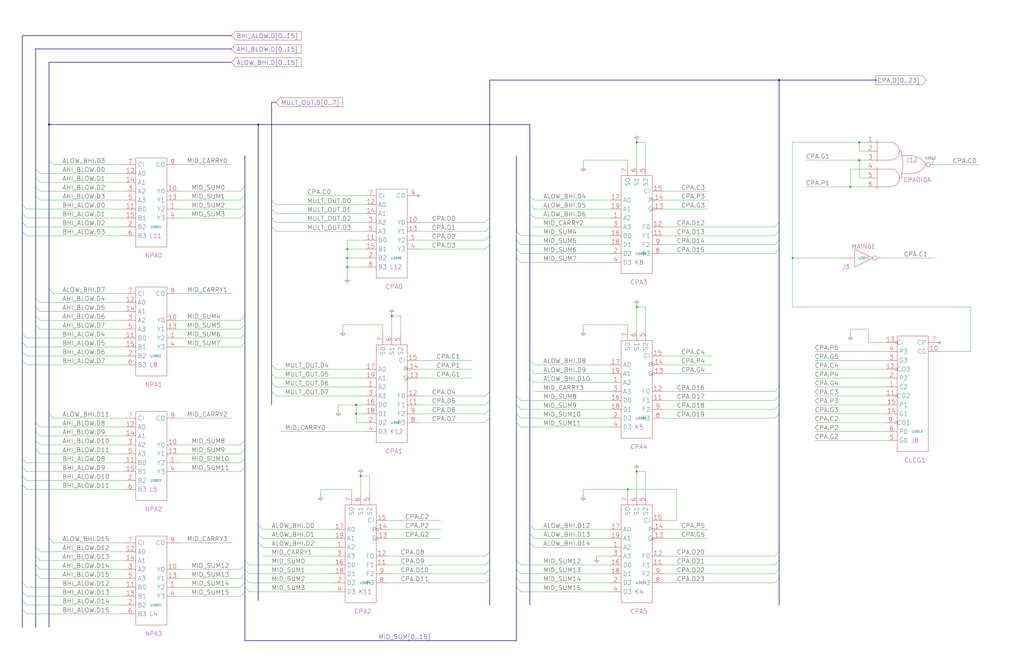
<source format=kicad_sch>
(kicad_sch (version 20211123) (generator eeschema)
  (paper "User" 584.2 378.46)
  (title_block (title "NIBBLE PROPAGATE ADDER\\n& CARRY PROPAGATE ADDER") (date "22-MAR-90") (rev "1.0") (comment 1 "VALUE") (comment 2 "232-003063") (comment 3 "S400") (comment 4 "RELEASED"))
  (lib_symbols
    (symbol "r1000:F04" (pin_numbers hide) (pin_names hide)
      (property "Reference" "U" (at 0 0 0))
      (property "Value" "F04" (at 1.27 -5.08 0))
      (property "Location" "___" (at -12.7 -5.08 0))
      (property "Name" "______" (at 0 5.08 0))
      (symbol "F04_0_1"
        (polyline (pts (xy -7.62 0) (xy -5.08 0)) (stroke (width 0.1524)))
        (polyline (pts (xy -5.08 5.08) (xy -5.08 -5.08)) (stroke (width 0.1524)))
        (polyline (pts (xy 5.08 0) (xy -5.08 -5.08)) (stroke (width 0.1524)))
        (polyline (pts (xy 5.08 0) (xy -5.08 5.08)) (stroke (width 0.1524)))
        (circle (center 6.35 0) (radius 1.27) (stroke (width 0.1524)))
      )
      (symbol "F04_1_1"
        (pin input line (at -10.16 0 0) (length 2.54) (name "D0") (number "1"))
        (pin output line (at 10.16 0 180) (length 2.54) (name "Q") (number "2"))
      )
    )
    (symbol "r1000:F182" (pin_names (offset 1.016))
      (property "Reference" "U" (at 2.54 5.08 0))
      (property "Value" "F182" (at -3.81 -5.08 0))
      (property "Location" "___" (at -1.27 0 0))
      (property "Name" "______" (at 1.27 -12.7 0))
      (symbol "F182_1_1"
        (circle (center -9.525 10.16) (radius 0.635))
        (circle (center -9.525 25.4) (radius 0.635))
        (circle (center -9.525 40.64) (radius 0.635))
        (circle (center -9.525 55.88) (radius 0.635))
        (rectangle (start -8.89 59.69) (end 8.89 -6.35))
        (pin input line (at -15.24 30.48 0) (length 6.35) (name "G2") (number "1"))
        (pin output line (at 15.24 50.8 180) (length 6.35) (name "CG") (number "10"))
        (pin output line (at -15.24 25.4 0) (length 5.08) (name "CO2") (number "11"))
        (pin output line (at -15.24 40.64 0) (length 5.08) (name "CO3") (number "12"))
        (pin input line (at -15.24 55.88 0) (length 5.08) (name "CI") (number "13"))
        (pin input line (at -15.24 15.24 0) (length 6.35) (name "G1") (number "14"))
        (pin input line (at -15.24 20.32 0) (length 6.35) (name "P1") (number "15"))
        (pin input line (at -15.24 35.56 0) (length 6.35) (name "P2") (number "2"))
        (pin input line (at -15.24 45.72 0) (length 6.35) (name "G3") (number "3"))
        (pin input line (at -15.24 50.8 0) (length 6.35) (name "P3") (number "4"))
        (pin input line (at -15.24 0 0) (length 6.35) (name "G0") (number "5"))
        (pin input line (at -15.24 5.08 0) (length 6.35) (name "P0") (number "6"))
        (pin output line (at 15.24 55.88 180) (length 6.35) (name "CP") (number "7"))
        (pin output line (at -15.24 10.16 0) (length 5.08) (name "CO1") (number "9"))
      )
    )
    (symbol "r1000:F283" (pin_names (offset 1.016))
      (property "Reference" "U" (at 2.54 5.08 0))
      (property "Value" "F283" (at -3.81 -5.08 0))
      (property "Location" "___" (at -1.27 0 0))
      (property "Name" "______" (at 1.27 -12.7 0))
      (symbol "F283_1_1"
        (rectangle (start -8.89 44.45) (end 8.89 -6.35))
        (pin output line (at 15.24 15.24 180) (length 6.35) (name "Y2") (number "1"))
        (pin output line (at 15.24 25.4 180) (length 6.35) (name "Y0") (number "10"))
        (pin input line (at -15.24 15.24 0) (length 6.35) (name "B0") (number "11"))
        (pin input line (at -15.24 35.56 0) (length 6.35) (name "A0") (number "12"))
        (pin output line (at 15.24 20.32 180) (length 6.35) (name "Y1") (number "13"))
        (pin input line (at -15.24 30.48 0) (length 6.35) (name "A1") (number "14"))
        (pin input line (at -15.24 10.16 0) (length 6.35) (name "B1") (number "15"))
        (pin input line (at -15.24 5.08 0) (length 6.35) (name "B2") (number "2"))
        (pin input line (at -15.24 25.4 0) (length 6.35) (name "A2") (number "3"))
        (pin output line (at 15.24 10.16 180) (length 6.35) (name "Y3") (number "4"))
        (pin input line (at -15.24 20.32 0) (length 6.35) (name "A3") (number "5"))
        (pin input line (at -15.24 0 0) (length 6.35) (name "B3") (number "6"))
        (pin input line (at -15.24 40.64 0) (length 6.35) (name "CI") (number "7"))
        (pin output line (at 15.24 40.64 180) (length 6.35) (name "CO") (number "9"))
      )
    )
    (symbol "r1000:F381" (pin_names (offset 1.016))
      (property "Reference" "U" (at 2.54 5.08 0))
      (property "Value" "F381" (at -3.81 -5.08 0))
      (property "Location" "___" (at -1.27 0 0))
      (property "Name" "______" (at 1.27 -12.7 0))
      (symbol "F381_1_1"
        (rectangle (start -8.89 49.53) (end 8.89 -6.35))
        (circle (center 9.525 30.48) (radius 0.635))
        (circle (center 9.525 35.56) (radius 0.635))
        (pin input line (at -15.24 25.4 0) (length 6.35) (name "A2") (number "1"))
        (pin output line (at 15.24 15.24 180) (length 6.35) (name "F1") (number "11"))
        (pin output line (at 15.24 20.32 180) (length 6.35) (name "F0") (number "12"))
        (pin output line (at 15.24 30.48 180) (length 5.08) (name "G") (number "13"))
        (pin output line (at 15.24 35.56 180) (length 5.08) (name "P") (number "14"))
        (pin input line (at 15.24 40.64 180) (length 6.35) (name "CI") (number "15"))
        (pin input line (at -15.24 15.24 0) (length 6.35) (name "D0") (number "16"))
        (pin input line (at -15.24 35.56 0) (length 6.35) (name "A0") (number "17"))
        (pin input line (at -15.24 10.16 0) (length 6.35) (name "D1") (number "18"))
        (pin input line (at -15.24 30.48 0) (length 6.35) (name "A1") (number "19"))
        (pin input line (at -15.24 5.08 0) (length 6.35) (name "D2") (number "2"))
        (pin input line (at -15.24 20.32 0) (length 6.35) (name "A3") (number "3"))
        (pin input line (at -15.24 0 0) (length 6.35) (name "D3") (number "4"))
        (pin input line (at 5.08 55.88 270) (length 6.35) (name "S2") (number "5"))
        (pin input line (at 0 55.88 270) (length 6.35) (name "S1") (number "6"))
        (pin input line (at -5.08 55.88 270) (length 6.35) (name "S0") (number "7"))
        (pin output line (at 15.24 5.08 180) (length 6.35) (name "F3") (number "8"))
        (pin output line (at 15.24 10.16 180) (length 6.35) (name "F2") (number "9"))
      )
    )
    (symbol "r1000:F51" (pin_names hide)
      (property "Reference" "U" (at 12.7 1.27 0))
      (property "Value" "F51" (at 1.905 -5.08 0))
      (property "Location" "___" (at 1.905 0 0))
      (property "Name" "______" (at 5.08 -12.7 0))
      (symbol "F51_0_0"
        (arc (start -10.16 -15.24) (mid -6.5679 -13.7521) (end -5.08 -10.16) (stroke (width 0.1524)))
        (arc (start -10.16 0) (mid -6.5679 1.4879) (end -5.08 5.08) (stroke (width 0.1524)))
        (arc (start -5.08 -10.16) (mid -6.5679 -6.5679) (end -10.16 -5.08) (stroke (width 0.1524)))
        (arc (start -5.08 5.08) (mid -6.5679 8.6721) (end -10.16 10.16) (stroke (width 0.1524)))
        (arc (start -3.8173 -7.62) (mid -2.9926 -2.54) (end -3.8173 2.54) (stroke (width 0.1524)))
        (polyline (pts (xy -20.32 -15.24) (xy -17.78 -15.24)) (stroke (width 0.1524)))
        (polyline (pts (xy -20.32 -10.16) (xy -17.78 -10.16)) (stroke (width 0.1524)))
        (polyline (pts (xy -20.32 -5.08) (xy -17.78 -5.08)) (stroke (width 0.1524)))
        (polyline (pts (xy -20.32 0) (xy -17.78 0)) (stroke (width 0.1524)))
        (polyline (pts (xy -20.32 5.08) (xy -17.78 5.08)) (stroke (width 0.1524)))
        (polyline (pts (xy -20.32 10.16) (xy -17.78 10.16)) (stroke (width 0.1524)))
        (polyline (pts (xy -17.78 -3.81) (xy -17.78 -16.51)) (stroke (width 0.1524)))
        (polyline (pts (xy -17.78 11.43) (xy -17.78 -1.27)) (stroke (width 0.1524)))
        (polyline (pts (xy -10.16 -15.24) (xy -17.78 -15.24)) (stroke (width 0.1524)))
        (polyline (pts (xy -10.16 -5.08) (xy -17.78 -5.08)) (stroke (width 0.1524)))
        (polyline (pts (xy -10.16 0) (xy -17.78 0)) (stroke (width 0.1524)))
        (polyline (pts (xy -10.16 10.16) (xy -17.78 10.16)) (stroke (width 0.1524)))
        (polyline (pts (xy -3.81 -7.62) (xy 2.54 -7.62)) (stroke (width 0.1524)))
        (polyline (pts (xy -3.81 2.54) (xy 2.54 2.54)) (stroke (width 0.1524)))
        (polyline (pts (xy -5.08 -10.16) (xy -3.81 -10.16) (xy -3.81 -7.62)) (stroke (width 0.1524)))
        (polyline (pts (xy -5.08 5.08) (xy -3.81 5.08) (xy -3.81 2.54)) (stroke (width 0.1524)))
        (arc (start 2.54 -7.62) (mid 6.9504 -5.9805) (end 10.16 -2.54) (stroke (width 0.1524)))
        (arc (start 10.16 -2.54) (mid 6.9516 0.9024) (end 2.54 2.54) (stroke (width 0.1524)))
        (circle (center 11.43 -2.54) (radius 1.27) (stroke (width 0.1524)))
      )
      (symbol "F51_1_1"
        (pin input line (at -22.86 10.16 0) (length 2.54) (name "A1") (number "1"))
        (pin input line (at -22.86 5.08 0) (length 2.54) (name "A2") (number "2"))
        (pin input line (at -22.86 0 0) (length 2.54) (name "A3") (number "3"))
        (pin input line (at -22.86 -5.08 0) (length 2.54) (name "B1") (number "4"))
        (pin input line (at -22.86 -10.16 0) (length 2.54) (name "B2") (number "5"))
        (pin input line (at -22.86 -15.24 0) (length 2.54) (name "B3") (number "6"))
        (pin output line (at 15.24 -2.54 180) (length 2.54) (name "Q") (number "7"))
      )
    )
    (symbol "r1000:PD" (power) (pin_numbers hide) (pin_names hide) (in_bom no)
      (symbol "PD_0_1"
        (polyline (pts (xy 0 -2.54) (xy 1.27 -2.54) (xy 0 -3.81) (xy -1.27 -2.54) (xy 0 -2.54)) (stroke (width 0.1524)))
      )
      (symbol "PD_1_1"
        (pin power_in line (at 0 0 270) (length 2.54) (name "PD") (number "1"))
      )
    )
    (symbol "r1000:PU" (power) (pin_numbers hide) (pin_names hide)
      (symbol "PU_0_1"
        (polyline (pts (xy 0 2.54) (xy -1.27 2.54) (xy 0 3.81) (xy 1.27 2.54) (xy 0 2.54)) (stroke (width 0.1524)))
      )
      (symbol "PU_1_1"
        (pin power_in line (at 0 0 90) (length 2.54) (name "PU") (number "1"))
      )
    )
  )
  (bus (pts (xy 12.7 116.84) (xy 12.7 121.92)))
  (bus (pts (xy 12.7 121.92) (xy 12.7 127)))
  (bus (pts (xy 12.7 127) (xy 12.7 132.08)))
  (bus (pts (xy 12.7 132.08) (xy 12.7 190.5)))
  (bus (pts (xy 12.7 190.5) (xy 12.7 195.58)))
  (bus (pts (xy 12.7 195.58) (xy 12.7 200.66)))
  (bus (pts (xy 12.7 20.32) (xy 12.7 116.84)))
  (bus (pts (xy 12.7 20.32) (xy 132.08 20.32)))
  (bus (pts (xy 12.7 200.66) (xy 12.7 205.74)))
  (bus (pts (xy 12.7 205.74) (xy 12.7 261.62)))
  (bus (pts (xy 12.7 261.62) (xy 12.7 266.7)))
  (bus (pts (xy 12.7 266.7) (xy 12.7 271.78)))
  (bus (pts (xy 12.7 271.78) (xy 12.7 276.86)))
  (bus (pts (xy 12.7 276.86) (xy 12.7 332.74)))
  (bus (pts (xy 12.7 332.74) (xy 12.7 337.82)))
  (bus (pts (xy 12.7 337.82) (xy 12.7 342.9)))
  (bus (pts (xy 12.7 342.9) (xy 12.7 347.98)))
  (bus (pts (xy 12.7 347.98) (xy 12.7 358.14)))
  (bus (pts (xy 139.7 106.68) (xy 139.7 111.76)))
  (bus (pts (xy 139.7 111.76) (xy 139.7 116.84)))
  (bus (pts (xy 139.7 116.84) (xy 139.7 121.92)))
  (bus (pts (xy 139.7 121.92) (xy 139.7 180.34)))
  (bus (pts (xy 139.7 180.34) (xy 139.7 185.42)))
  (bus (pts (xy 139.7 185.42) (xy 139.7 190.5)))
  (bus (pts (xy 139.7 190.5) (xy 139.7 195.58)))
  (bus (pts (xy 139.7 195.58) (xy 139.7 251.46)))
  (bus (pts (xy 139.7 251.46) (xy 139.7 256.54)))
  (bus (pts (xy 139.7 256.54) (xy 139.7 261.62)))
  (bus (pts (xy 139.7 261.62) (xy 139.7 266.7)))
  (bus (pts (xy 139.7 266.7) (xy 139.7 320.04)))
  (bus (pts (xy 139.7 320.04) (xy 139.7 322.58)))
  (bus (pts (xy 139.7 322.58) (xy 139.7 325.12)))
  (bus (pts (xy 139.7 325.12) (xy 139.7 327.66)))
  (bus (pts (xy 139.7 327.66) (xy 139.7 330.2)))
  (bus (pts (xy 139.7 330.2) (xy 139.7 332.74)))
  (bus (pts (xy 139.7 332.74) (xy 139.7 335.28)))
  (bus (pts (xy 139.7 335.28) (xy 139.7 337.82)))
  (bus (pts (xy 139.7 337.82) (xy 139.7 365.76)))
  (bus (pts (xy 139.7 365.76) (xy 294.64 365.76)))
  (bus (pts (xy 139.7 88.9) (xy 139.7 106.68)))
  (bus (pts (xy 147.32 299.72) (xy 147.32 304.8)))
  (bus (pts (xy 147.32 304.8) (xy 147.32 309.88)))
  (bus (pts (xy 147.32 309.88) (xy 147.32 342.9)))
  (bus (pts (xy 147.32 71.12) (xy 147.32 299.72)))
  (bus (pts (xy 154.94 114.3) (xy 154.94 119.38)))
  (bus (pts (xy 154.94 119.38) (xy 154.94 124.46)))
  (bus (pts (xy 154.94 124.46) (xy 154.94 129.54)))
  (bus (pts (xy 154.94 129.54) (xy 154.94 208.28)))
  (bus (pts (xy 154.94 208.28) (xy 154.94 213.36)))
  (bus (pts (xy 154.94 213.36) (xy 154.94 218.44)))
  (bus (pts (xy 154.94 218.44) (xy 154.94 223.52)))
  (bus (pts (xy 154.94 223.52) (xy 154.94 231.14)))
  (bus (pts (xy 154.94 58.42) (xy 154.94 114.3)))
  (bus (pts (xy 154.94 58.42) (xy 157.48 58.42)))
  (bus (pts (xy 20.32 101.6) (xy 20.32 106.68)))
  (bus (pts (xy 20.32 106.68) (xy 20.32 111.76)))
  (bus (pts (xy 20.32 111.76) (xy 20.32 170.18)))
  (bus (pts (xy 20.32 170.18) (xy 20.32 175.26)))
  (bus (pts (xy 20.32 175.26) (xy 20.32 180.34)))
  (bus (pts (xy 20.32 180.34) (xy 20.32 185.42)))
  (bus (pts (xy 20.32 185.42) (xy 20.32 241.3)))
  (bus (pts (xy 20.32 241.3) (xy 20.32 246.38)))
  (bus (pts (xy 20.32 246.38) (xy 20.32 251.46)))
  (bus (pts (xy 20.32 251.46) (xy 20.32 256.54)))
  (bus (pts (xy 20.32 256.54) (xy 20.32 312.42)))
  (bus (pts (xy 20.32 27.94) (xy 132.08 27.94)))
  (bus (pts (xy 20.32 27.94) (xy 20.32 96.52)))
  (bus (pts (xy 20.32 312.42) (xy 20.32 317.5)))
  (bus (pts (xy 20.32 317.5) (xy 20.32 322.58)))
  (bus (pts (xy 20.32 322.58) (xy 20.32 327.66)))
  (bus (pts (xy 20.32 327.66) (xy 20.32 358.14)))
  (bus (pts (xy 20.32 96.52) (xy 20.32 101.6)))
  (bus (pts (xy 27.94 165.1) (xy 27.94 236.22)))
  (bus (pts (xy 27.94 236.22) (xy 27.94 307.34)))
  (bus (pts (xy 27.94 307.34) (xy 27.94 358.14)))
  (bus (pts (xy 27.94 35.56) (xy 132.08 35.56)))
  (bus (pts (xy 27.94 35.56) (xy 27.94 71.12)))
  (bus (pts (xy 27.94 71.12) (xy 147.32 71.12)))
  (bus (pts (xy 27.94 71.12) (xy 27.94 91.44)))
  (bus (pts (xy 27.94 91.44) (xy 27.94 165.1)))
  (bus (pts (xy 279.4 124.46) (xy 279.4 129.54)))
  (bus (pts (xy 279.4 129.54) (xy 279.4 134.62)))
  (bus (pts (xy 279.4 134.62) (xy 279.4 139.7)))
  (bus (pts (xy 279.4 139.7) (xy 279.4 223.52)))
  (bus (pts (xy 279.4 223.52) (xy 279.4 228.6)))
  (bus (pts (xy 279.4 228.6) (xy 279.4 233.68)))
  (bus (pts (xy 279.4 233.68) (xy 279.4 238.76)))
  (bus (pts (xy 279.4 238.76) (xy 279.4 314.96)))
  (bus (pts (xy 279.4 314.96) (xy 279.4 320.04)))
  (bus (pts (xy 279.4 320.04) (xy 279.4 325.12)))
  (bus (pts (xy 279.4 325.12) (xy 279.4 330.2)))
  (bus (pts (xy 279.4 330.2) (xy 279.4 345.44)))
  (bus (pts (xy 279.4 45.72) (xy 279.4 124.46)))
  (bus (pts (xy 279.4 45.72) (xy 444.5 45.72)))
  (bus (pts (xy 294.64 132.08) (xy 294.64 137.16)))
  (bus (pts (xy 294.64 137.16) (xy 294.64 142.24)))
  (bus (pts (xy 294.64 142.24) (xy 294.64 147.32)))
  (bus (pts (xy 294.64 147.32) (xy 294.64 226.06)))
  (bus (pts (xy 294.64 226.06) (xy 294.64 231.14)))
  (bus (pts (xy 294.64 231.14) (xy 294.64 236.22)))
  (bus (pts (xy 294.64 236.22) (xy 294.64 241.3)))
  (bus (pts (xy 294.64 241.3) (xy 294.64 320.04)))
  (bus (pts (xy 294.64 320.04) (xy 294.64 325.12)))
  (bus (pts (xy 294.64 325.12) (xy 294.64 330.2)))
  (bus (pts (xy 294.64 330.2) (xy 294.64 335.28)))
  (bus (pts (xy 294.64 335.28) (xy 294.64 365.76)))
  (bus (pts (xy 294.64 88.9) (xy 294.64 132.08)))
  (bus (pts (xy 302.26 111.76) (xy 302.26 116.84)))
  (bus (pts (xy 302.26 116.84) (xy 302.26 121.92)))
  (bus (pts (xy 302.26 121.92) (xy 302.26 205.74)))
  (bus (pts (xy 302.26 205.74) (xy 302.26 210.82)))
  (bus (pts (xy 302.26 210.82) (xy 302.26 215.9)))
  (bus (pts (xy 302.26 215.9) (xy 302.26 299.72)))
  (bus (pts (xy 302.26 299.72) (xy 302.26 304.8)))
  (bus (pts (xy 302.26 304.8) (xy 302.26 309.88)))
  (bus (pts (xy 302.26 309.88) (xy 302.26 345.44)))
  (bus (pts (xy 302.26 71.12) (xy 147.32 71.12)))
  (bus (pts (xy 302.26 71.12) (xy 302.26 111.76)))
  (bus (pts (xy 444.5 127) (xy 444.5 132.08)))
  (bus (pts (xy 444.5 132.08) (xy 444.5 137.16)))
  (bus (pts (xy 444.5 137.16) (xy 444.5 142.24)))
  (bus (pts (xy 444.5 142.24) (xy 444.5 220.98)))
  (bus (pts (xy 444.5 220.98) (xy 444.5 226.06)))
  (bus (pts (xy 444.5 226.06) (xy 444.5 231.14)))
  (bus (pts (xy 444.5 231.14) (xy 444.5 236.22)))
  (bus (pts (xy 444.5 236.22) (xy 444.5 314.96)))
  (bus (pts (xy 444.5 314.96) (xy 444.5 320.04)))
  (bus (pts (xy 444.5 320.04) (xy 444.5 325.12)))
  (bus (pts (xy 444.5 325.12) (xy 444.5 330.2)))
  (bus (pts (xy 444.5 330.2) (xy 444.5 345.44)))
  (bus (pts (xy 444.5 45.72) (xy 444.5 127)))
  (bus (pts (xy 444.5 45.72) (xy 500.38 45.72)))
  (wire (pts (xy 101.6 109.22) (xy 137.16 109.22)))
  (wire (pts (xy 101.6 114.3) (xy 137.16 114.3)))
  (wire (pts (xy 101.6 119.38) (xy 137.16 119.38)))
  (wire (pts (xy 101.6 124.46) (xy 137.16 124.46)))
  (wire (pts (xy 101.6 167.64) (xy 132.08 167.64)))
  (wire (pts (xy 101.6 182.88) (xy 137.16 182.88)))
  (wire (pts (xy 101.6 187.96) (xy 137.16 187.96)))
  (wire (pts (xy 101.6 193.04) (xy 137.16 193.04)))
  (wire (pts (xy 101.6 198.12) (xy 137.16 198.12)))
  (wire (pts (xy 101.6 238.76) (xy 132.08 238.76)))
  (wire (pts (xy 101.6 254) (xy 137.16 254)))
  (wire (pts (xy 101.6 259.08) (xy 137.16 259.08)))
  (wire (pts (xy 101.6 264.16) (xy 137.16 264.16)))
  (wire (pts (xy 101.6 269.24) (xy 137.16 269.24)))
  (wire (pts (xy 101.6 309.88) (xy 132.08 309.88)))
  (wire (pts (xy 101.6 325.12) (xy 137.16 325.12)))
  (wire (pts (xy 101.6 330.2) (xy 137.16 330.2)))
  (wire (pts (xy 101.6 335.28) (xy 137.16 335.28)))
  (wire (pts (xy 101.6 340.36) (xy 137.16 340.36)))
  (wire (pts (xy 101.6 93.98) (xy 132.08 93.98)))
  (wire (pts (xy 142.24 322.58) (xy 190.5 322.58)))
  (wire (pts (xy 142.24 327.66) (xy 190.5 327.66)))
  (wire (pts (xy 142.24 332.74) (xy 190.5 332.74)))
  (wire (pts (xy 142.24 337.82) (xy 190.5 337.82)))
  (wire (pts (xy 149.86 302.26) (xy 190.5 302.26)))
  (wire (pts (xy 149.86 307.34) (xy 190.5 307.34)))
  (wire (pts (xy 149.86 312.42) (xy 190.5 312.42)))
  (wire (pts (xy 149.86 317.5) (xy 190.5 317.5)))
  (wire (pts (xy 15.24 119.38) (xy 71.12 119.38)))
  (wire (pts (xy 15.24 124.46) (xy 71.12 124.46)))
  (wire (pts (xy 15.24 129.54) (xy 71.12 129.54)))
  (wire (pts (xy 15.24 134.62) (xy 71.12 134.62)))
  (wire (pts (xy 15.24 193.04) (xy 71.12 193.04)))
  (wire (pts (xy 15.24 198.12) (xy 71.12 198.12)))
  (wire (pts (xy 15.24 203.2) (xy 71.12 203.2)))
  (wire (pts (xy 15.24 208.28) (xy 71.12 208.28)))
  (wire (pts (xy 15.24 264.16) (xy 71.12 264.16)))
  (wire (pts (xy 15.24 269.24) (xy 71.12 269.24)))
  (wire (pts (xy 15.24 274.32) (xy 71.12 274.32)))
  (wire (pts (xy 15.24 279.4) (xy 71.12 279.4)))
  (wire (pts (xy 15.24 335.28) (xy 71.12 335.28)))
  (wire (pts (xy 15.24 340.36) (xy 71.12 340.36)))
  (wire (pts (xy 15.24 345.44) (xy 71.12 345.44)))
  (wire (pts (xy 15.24 350.52) (xy 71.12 350.52)))
  (wire (pts (xy 157.48 116.84) (xy 208.28 116.84)))
  (wire (pts (xy 157.48 121.92) (xy 208.28 121.92)))
  (wire (pts (xy 157.48 127) (xy 208.28 127)))
  (wire (pts (xy 157.48 132.08) (xy 208.28 132.08)))
  (wire (pts (xy 157.48 210.82) (xy 208.28 210.82)))
  (wire (pts (xy 157.48 215.9) (xy 208.28 215.9)))
  (wire (pts (xy 157.48 220.98) (xy 208.28 220.98)))
  (wire (pts (xy 157.48 226.06) (xy 208.28 226.06)))
  (wire (pts (xy 160.02 246.38) (xy 208.28 246.38)))
  (wire (pts (xy 175.26 111.76) (xy 208.28 111.76)))
  (wire (pts (xy 182.88 279.4) (xy 200.66 279.4)))
  (wire (pts (xy 182.88 281.94) (xy 182.88 279.4)))
  (wire (pts (xy 193.04 231.14) (xy 203.2 231.14)))
  (wire (pts (xy 193.04 233.68) (xy 193.04 231.14)))
  (wire (pts (xy 195.58 185.42) (xy 218.44 185.42)))
  (wire (pts (xy 195.58 187.96) (xy 195.58 185.42)))
  (wire (pts (xy 198.12 137.16) (xy 198.12 142.24)))
  (wire (pts (xy 198.12 142.24) (xy 198.12 147.32)))
  (wire (pts (xy 198.12 142.24) (xy 208.28 142.24)))
  (wire (pts (xy 198.12 147.32) (xy 198.12 152.4)))
  (wire (pts (xy 198.12 147.32) (xy 208.28 147.32)))
  (wire (pts (xy 198.12 152.4) (xy 198.12 157.48)))
  (wire (pts (xy 198.12 152.4) (xy 208.28 152.4)))
  (wire (pts (xy 200.66 279.4) (xy 200.66 281.94)))
  (wire (pts (xy 203.2 231.14) (xy 208.28 231.14)))
  (wire (pts (xy 203.2 236.22) (xy 203.2 231.14)))
  (wire (pts (xy 203.2 236.22) (xy 208.28 236.22)))
  (wire (pts (xy 203.2 241.3) (xy 203.2 236.22)))
  (wire (pts (xy 205.74 271.78) (xy 205.74 281.94)))
  (wire (pts (xy 208.28 137.16) (xy 198.12 137.16)))
  (wire (pts (xy 208.28 241.3) (xy 203.2 241.3)))
  (wire (pts (xy 210.82 271.78) (xy 205.74 271.78)))
  (wire (pts (xy 210.82 281.94) (xy 210.82 271.78)))
  (wire (pts (xy 218.44 185.42) (xy 218.44 190.5)))
  (wire (pts (xy 22.86 104.14) (xy 71.12 104.14)))
  (wire (pts (xy 22.86 109.22) (xy 71.12 109.22)))
  (wire (pts (xy 22.86 114.3) (xy 71.12 114.3)))
  (wire (pts (xy 22.86 172.72) (xy 71.12 172.72)))
  (wire (pts (xy 22.86 177.8) (xy 71.12 177.8)))
  (wire (pts (xy 22.86 182.88) (xy 71.12 182.88)))
  (wire (pts (xy 22.86 187.96) (xy 71.12 187.96)))
  (wire (pts (xy 22.86 243.84) (xy 71.12 243.84)))
  (wire (pts (xy 22.86 248.92) (xy 71.12 248.92)))
  (wire (pts (xy 22.86 254) (xy 71.12 254)))
  (wire (pts (xy 22.86 259.08) (xy 71.12 259.08)))
  (wire (pts (xy 22.86 314.96) (xy 71.12 314.96)))
  (wire (pts (xy 22.86 320.04) (xy 71.12 320.04)))
  (wire (pts (xy 22.86 325.12) (xy 71.12 325.12)))
  (wire (pts (xy 22.86 330.2) (xy 71.12 330.2)))
  (wire (pts (xy 22.86 99.06) (xy 71.12 99.06)))
  (wire (pts (xy 220.98 297.18) (xy 251.46 297.18)))
  (wire (pts (xy 220.98 302.26) (xy 251.46 302.26)))
  (wire (pts (xy 220.98 307.34) (xy 251.46 307.34)))
  (wire (pts (xy 220.98 317.5) (xy 276.86 317.5)))
  (wire (pts (xy 220.98 322.58) (xy 276.86 322.58)))
  (wire (pts (xy 220.98 327.66) (xy 276.86 327.66)))
  (wire (pts (xy 220.98 332.74) (xy 276.86 332.74)))
  (wire (pts (xy 223.52 180.34) (xy 223.52 190.5)))
  (wire (pts (xy 228.6 180.34) (xy 223.52 180.34)))
  (wire (pts (xy 228.6 190.5) (xy 228.6 180.34)))
  (wire (pts (xy 238.76 127) (xy 276.86 127)))
  (wire (pts (xy 238.76 132.08) (xy 276.86 132.08)))
  (wire (pts (xy 238.76 137.16) (xy 276.86 137.16)))
  (wire (pts (xy 238.76 142.24) (xy 276.86 142.24)))
  (wire (pts (xy 238.76 205.74) (xy 269.24 205.74)))
  (wire (pts (xy 238.76 210.82) (xy 269.24 210.82)))
  (wire (pts (xy 238.76 215.9) (xy 269.24 215.9)))
  (wire (pts (xy 238.76 226.06) (xy 276.86 226.06)))
  (wire (pts (xy 238.76 231.14) (xy 276.86 231.14)))
  (wire (pts (xy 238.76 236.22) (xy 276.86 236.22)))
  (wire (pts (xy 238.76 241.3) (xy 276.86 241.3)))
  (wire (pts (xy 297.18 134.62) (xy 347.98 134.62)))
  (wire (pts (xy 297.18 139.7) (xy 347.98 139.7)))
  (wire (pts (xy 297.18 144.78) (xy 347.98 144.78)))
  (wire (pts (xy 297.18 149.86) (xy 347.98 149.86)))
  (wire (pts (xy 297.18 228.6) (xy 347.98 228.6)))
  (wire (pts (xy 297.18 233.68) (xy 347.98 233.68)))
  (wire (pts (xy 297.18 238.76) (xy 347.98 238.76)))
  (wire (pts (xy 297.18 243.84) (xy 347.98 243.84)))
  (wire (pts (xy 297.18 322.58) (xy 347.98 322.58)))
  (wire (pts (xy 297.18 327.66) (xy 347.98 327.66)))
  (wire (pts (xy 297.18 332.74) (xy 347.98 332.74)))
  (wire (pts (xy 297.18 337.82) (xy 347.98 337.82)))
  (wire (pts (xy 30.48 167.64) (xy 71.12 167.64)))
  (wire (pts (xy 30.48 238.76) (xy 71.12 238.76)))
  (wire (pts (xy 30.48 309.88) (xy 71.12 309.88)))
  (wire (pts (xy 30.48 93.98) (xy 71.12 93.98)))
  (wire (pts (xy 304.8 114.3) (xy 347.98 114.3)))
  (wire (pts (xy 304.8 119.38) (xy 347.98 119.38)))
  (wire (pts (xy 304.8 124.46) (xy 347.98 124.46)))
  (wire (pts (xy 304.8 129.54) (xy 347.98 129.54)))
  (wire (pts (xy 304.8 208.28) (xy 347.98 208.28)))
  (wire (pts (xy 304.8 213.36) (xy 347.98 213.36)))
  (wire (pts (xy 304.8 218.44) (xy 347.98 218.44)))
  (wire (pts (xy 304.8 223.52) (xy 347.98 223.52)))
  (wire (pts (xy 304.8 302.26) (xy 347.98 302.26)))
  (wire (pts (xy 304.8 307.34) (xy 347.98 307.34)))
  (wire (pts (xy 304.8 312.42) (xy 347.98 312.42)))
  (wire (pts (xy 332.74 185.42) (xy 358.14 185.42)))
  (wire (pts (xy 332.74 187.96) (xy 332.74 185.42)))
  (wire (pts (xy 332.74 279.4) (xy 358.14 279.4)))
  (wire (pts (xy 332.74 281.94) (xy 332.74 279.4)))
  (wire (pts (xy 332.74 91.44) (xy 358.14 91.44)))
  (wire (pts (xy 332.74 93.98) (xy 332.74 91.44)))
  (wire (pts (xy 340.36 317.5) (xy 347.98 317.5)))
  (wire (pts (xy 358.14 185.42) (xy 358.14 187.96)))
  (wire (pts (xy 358.14 279.4) (xy 358.14 281.94)))
  (wire (pts (xy 358.14 279.4) (xy 386.08 279.4)))
  (wire (pts (xy 358.14 91.44) (xy 358.14 93.98)))
  (wire (pts (xy 363.22 175.26) (xy 363.22 187.96)))
  (wire (pts (xy 363.22 269.24) (xy 363.22 281.94)))
  (wire (pts (xy 363.22 81.28) (xy 363.22 93.98)))
  (wire (pts (xy 368.3 175.26) (xy 363.22 175.26)))
  (wire (pts (xy 368.3 187.96) (xy 368.3 175.26)))
  (wire (pts (xy 368.3 269.24) (xy 363.22 269.24)))
  (wire (pts (xy 368.3 281.94) (xy 368.3 269.24)))
  (wire (pts (xy 368.3 81.28) (xy 363.22 81.28)))
  (wire (pts (xy 368.3 93.98) (xy 368.3 81.28)))
  (wire (pts (xy 378.46 109.22) (xy 403.86 109.22)))
  (wire (pts (xy 378.46 114.3) (xy 403.86 114.3)))
  (wire (pts (xy 378.46 119.38) (xy 403.86 119.38)))
  (wire (pts (xy 378.46 129.54) (xy 441.96 129.54)))
  (wire (pts (xy 378.46 134.62) (xy 441.96 134.62)))
  (wire (pts (xy 378.46 139.7) (xy 441.96 139.7)))
  (wire (pts (xy 378.46 144.78) (xy 441.96 144.78)))
  (wire (pts (xy 378.46 203.2) (xy 406.4 203.2)))
  (wire (pts (xy 378.46 208.28) (xy 406.4 208.28)))
  (wire (pts (xy 378.46 213.36) (xy 406.4 213.36)))
  (wire (pts (xy 378.46 223.52) (xy 441.96 223.52)))
  (wire (pts (xy 378.46 228.6) (xy 441.96 228.6)))
  (wire (pts (xy 378.46 233.68) (xy 441.96 233.68)))
  (wire (pts (xy 378.46 238.76) (xy 441.96 238.76)))
  (wire (pts (xy 378.46 302.26) (xy 403.86 302.26)))
  (wire (pts (xy 378.46 307.34) (xy 403.86 307.34)))
  (wire (pts (xy 378.46 317.5) (xy 441.96 317.5)))
  (wire (pts (xy 378.46 322.58) (xy 441.96 322.58)))
  (wire (pts (xy 378.46 327.66) (xy 441.96 327.66)))
  (wire (pts (xy 378.46 332.74) (xy 441.96 332.74)))
  (wire (pts (xy 386.08 279.4) (xy 386.08 297.18)))
  (wire (pts (xy 386.08 297.18) (xy 378.46 297.18)))
  (wire (pts (xy 452.12 147.32) (xy 452.12 81.28)))
  (wire (pts (xy 452.12 147.32) (xy 482.6 147.32)))
  (wire (pts (xy 452.12 175.26) (xy 452.12 147.32)))
  (wire (pts (xy 452.12 81.28) (xy 490.22 81.28)))
  (wire (pts (xy 459.74 106.68) (xy 485.14 106.68)))
  (wire (pts (xy 459.74 91.44) (xy 490.22 91.44)))
  (wire (pts (xy 464.82 200.66) (xy 505.46 200.66)))
  (wire (pts (xy 464.82 205.74) (xy 505.46 205.74)))
  (wire (pts (xy 464.82 210.82) (xy 505.46 210.82)))
  (wire (pts (xy 464.82 215.9) (xy 505.46 215.9)))
  (wire (pts (xy 464.82 220.98) (xy 505.46 220.98)))
  (wire (pts (xy 464.82 226.06) (xy 505.46 226.06)))
  (wire (pts (xy 464.82 231.14) (xy 505.46 231.14)))
  (wire (pts (xy 464.82 236.22) (xy 505.46 236.22)))
  (wire (pts (xy 464.82 241.3) (xy 505.46 241.3)))
  (wire (pts (xy 464.82 246.38) (xy 505.46 246.38)))
  (wire (pts (xy 464.82 251.46) (xy 505.46 251.46)))
  (wire (pts (xy 485.14 106.68) (xy 495.3 106.68)))
  (wire (pts (xy 485.14 187.96) (xy 495.3 187.96)))
  (wire (pts (xy 485.14 190.5) (xy 485.14 187.96)))
  (wire (pts (xy 485.14 96.52) (xy 485.14 106.68)))
  (wire (pts (xy 490.22 101.6) (xy 490.22 91.44)))
  (wire (pts (xy 490.22 81.28) (xy 495.3 81.28)))
  (wire (pts (xy 490.22 86.36) (xy 490.22 81.28)))
  (wire (pts (xy 490.22 91.44) (xy 495.3 91.44)))
  (wire (pts (xy 495.3 101.6) (xy 490.22 101.6)))
  (wire (pts (xy 495.3 187.96) (xy 495.3 195.58)))
  (wire (pts (xy 495.3 195.58) (xy 505.46 195.58)))
  (wire (pts (xy 495.3 86.36) (xy 490.22 86.36)))
  (wire (pts (xy 495.3 96.52) (xy 485.14 96.52)))
  (wire (pts (xy 502.92 147.32) (xy 533.4 147.32)))
  (wire (pts (xy 533.4 93.98) (xy 558.8 93.98)))
  (wire (pts (xy 535.94 200.66) (xy 553.72 200.66)))
  (wire (pts (xy 553.72 175.26) (xy 452.12 175.26)))
  (wire (pts (xy 553.72 200.66) (xy 553.72 175.26)))
  (bus_entry (at 12.7 116.84) (size 2.54 2.54))
  (bus_entry (at 12.7 121.92) (size 2.54 2.54))
  (bus_entry (at 12.7 127) (size 2.54 2.54))
  (bus_entry (at 12.7 132.08) (size 2.54 2.54))
  (bus_entry (at 12.7 190.5) (size 2.54 2.54))
  (bus_entry (at 12.7 195.58) (size 2.54 2.54))
  (bus_entry (at 12.7 200.66) (size 2.54 2.54))
  (bus_entry (at 12.7 205.74) (size 2.54 2.54))
  (bus_entry (at 12.7 261.62) (size 2.54 2.54))
  (bus_entry (at 12.7 266.7) (size 2.54 2.54))
  (bus_entry (at 12.7 271.78) (size 2.54 2.54))
  (bus_entry (at 12.7 276.86) (size 2.54 2.54))
  (bus_entry (at 12.7 332.74) (size 2.54 2.54))
  (bus_entry (at 12.7 337.82) (size 2.54 2.54))
  (bus_entry (at 12.7 342.9) (size 2.54 2.54))
  (bus_entry (at 12.7 347.98) (size 2.54 2.54))
  (bus_entry (at 20.32 96.52) (size 2.54 2.54))
  (bus_entry (at 20.32 101.6) (size 2.54 2.54))
  (bus_entry (at 20.32 106.68) (size 2.54 2.54))
  (bus_entry (at 20.32 111.76) (size 2.54 2.54))
  (bus_entry (at 20.32 170.18) (size 2.54 2.54))
  (bus_entry (at 20.32 175.26) (size 2.54 2.54))
  (bus_entry (at 20.32 180.34) (size 2.54 2.54))
  (bus_entry (at 20.32 185.42) (size 2.54 2.54))
  (bus_entry (at 20.32 241.3) (size 2.54 2.54))
  (bus_entry (at 20.32 246.38) (size 2.54 2.54))
  (bus_entry (at 20.32 251.46) (size 2.54 2.54))
  (bus_entry (at 20.32 256.54) (size 2.54 2.54))
  (bus_entry (at 20.32 312.42) (size 2.54 2.54))
  (bus_entry (at 20.32 317.5) (size 2.54 2.54))
  (bus_entry (at 20.32 322.58) (size 2.54 2.54))
  (bus_entry (at 20.32 327.66) (size 2.54 2.54))
  (junction (at 27.94 71.12))
  (bus_entry (at 27.94 91.44) (size 2.54 2.54))
  (bus_entry (at 27.94 165.1) (size 2.54 2.54))
  (bus_entry (at 27.94 236.22) (size 2.54 2.54))
  (bus_entry (at 27.94 307.34) (size 2.54 2.54))
  (label "ALOW_BHI.D3" (at 35.56 93.98 0) (effects (font (size 2.54 2.54))))
  (label "AHI_BLOW.D0" (at 35.56 99.06 0) (effects (font (size 2.54 2.54))))
  (label "AHI_BLOW.D1" (at 35.56 104.14 0) (effects (font (size 2.54 2.54))))
  (label "AHI_BLOW.D2" (at 35.56 109.22 0) (effects (font (size 2.54 2.54))))
  (label "AHI_BLOW.D3" (at 35.56 114.3 0) (effects (font (size 2.54 2.54))))
  (label "BHI_ALOW.D0" (at 35.56 119.38 0) (effects (font (size 2.54 2.54))))
  (label "BHI_ALOW.D1" (at 35.56 124.46 0) (effects (font (size 2.54 2.54))))
  (label "BHI_ALOW.D2" (at 35.56 129.54 0) (effects (font (size 2.54 2.54))))
  (label "BHI_ALOW.D3" (at 35.56 134.62 0) (effects (font (size 2.54 2.54))))
  (label "ALOW_BHI.D7" (at 35.56 167.64 0) (effects (font (size 2.54 2.54))))
  (label "AHI_BLOW.D4" (at 35.56 172.72 0) (effects (font (size 2.54 2.54))))
  (label "AHI_BLOW.D5" (at 35.56 177.8 0) (effects (font (size 2.54 2.54))))
  (label "AHI_BLOW.D6" (at 35.56 182.88 0) (effects (font (size 2.54 2.54))))
  (label "AHI_BLOW.D7" (at 35.56 187.96 0) (effects (font (size 2.54 2.54))))
  (label "BHI_ALOW.D4" (at 35.56 193.04 0) (effects (font (size 2.54 2.54))))
  (label "BHI_ALOW.D5" (at 35.56 198.12 0) (effects (font (size 2.54 2.54))))
  (label "BHI_ALOW.D6" (at 35.56 203.2 0) (effects (font (size 2.54 2.54))))
  (label "BHI_ALOW.D7" (at 35.56 208.28 0) (effects (font (size 2.54 2.54))))
  (label "ALOW_BHI.D11" (at 35.56 238.76 0) (effects (font (size 2.54 2.54))))
  (label "AHI_BLOW.D8" (at 35.56 243.84 0) (effects (font (size 2.54 2.54))))
  (label "AHI_BLOW.D9" (at 35.56 248.92 0) (effects (font (size 2.54 2.54))))
  (label "AHI_BLOW.D10" (at 35.56 254 0) (effects (font (size 2.54 2.54))))
  (label "AHI_BLOW.D11" (at 35.56 259.08 0) (effects (font (size 2.54 2.54))))
  (label "BHI_ALOW.D8" (at 35.56 264.16 0) (effects (font (size 2.54 2.54))))
  (label "BHI_ALOW.D9" (at 35.56 269.24 0) (effects (font (size 2.54 2.54))))
  (label "BHI_ALOW.D10" (at 35.56 274.32 0) (effects (font (size 2.54 2.54))))
  (label "BHI_ALOW.D11" (at 35.56 279.4 0) (effects (font (size 2.54 2.54))))
  (label "ALOW_BHI.D15" (at 35.56 309.88 0) (effects (font (size 2.54 2.54))))
  (label "AHI_BLOW.D12" (at 35.56 314.96 0) (effects (font (size 2.54 2.54))))
  (label "AHI_BLOW.D13" (at 35.56 320.04 0) (effects (font (size 2.54 2.54))))
  (label "AHI_BLOW.D14" (at 35.56 325.12 0) (effects (font (size 2.54 2.54))))
  (label "AHI_BLOW.D15" (at 35.56 330.2 0) (effects (font (size 2.54 2.54))))
  (label "BHI_ALOW.D12" (at 35.56 335.28 0) (effects (font (size 2.54 2.54))))
  (label "BHI_ALOW.D13" (at 35.56 340.36 0) (effects (font (size 2.54 2.54))))
  (label "BHI_ALOW.D14" (at 35.56 345.44 0) (effects (font (size 2.54 2.54))))
  (label "BHI_ALOW.D15" (at 35.56 350.52 0) (effects (font (size 2.54 2.54))))
  (symbol (lib_id "r1000:F283") (at 86.36 134.62 0) (unit 1)
    (property "Reference" "U3001" (at 88.9 129.54 0))
    (property "Location" "L11" (at 85.09 134.62 0) (effects (font (size 2.54 2.54)) (justify left)))
    (property "Name" "NPA0" (at 87.63 147.32 0) (effects (font (size 2.54 2.54)) (justify bottom)))
  )
  (symbol (lib_id "r1000:F283") (at 86.36 208.28 0) (unit 1)
    (property "Reference" "U3002" (at 88.9 203.2 0))
    (property "Location" "L8" (at 85.09 208.28 0) (effects (font (size 2.54 2.54)) (justify left)))
    (property "Name" "NPA1" (at 87.63 220.98 0) (effects (font (size 2.54 2.54)) (justify bottom)))
  )
  (symbol (lib_id "r1000:F283") (at 86.36 279.4 0) (unit 1)
    (property "Reference" "U3003" (at 88.9 274.32 0))
    (property "Location" "L5" (at 85.09 279.4 0) (effects (font (size 2.54 2.54)) (justify left)))
    (property "Name" "NPA2" (at 87.63 292.1 0) (effects (font (size 2.54 2.54)) (justify bottom)))
  )
  (symbol (lib_id "r1000:F283") (at 86.36 350.52 0) (unit 1)
    (property "Reference" "U3004" (at 88.9 345.44 0))
    (property "Location" "L4" (at 85.09 350.52 0) (effects (font (size 2.54 2.54)) (justify left)))
    (property "Name" "NPA3" (at 87.63 363.22 0) (effects (font (size 2.54 2.54)) (justify bottom)))
  )
  (label "MID_CARRY0" (at 106.68 93.98 0) (effects (font (size 2.54 2.54))))
  (label "MID_CARRY1" (at 106.68 167.64 0) (effects (font (size 2.54 2.54))))
  (label "MID_SUM4" (at 106.68 182.88 0) (effects (font (size 2.54 2.54))))
  (label "MID_SUM5" (at 106.68 187.96 0) (effects (font (size 2.54 2.54))))
  (label "MID_SUM6" (at 106.68 193.04 0) (effects (font (size 2.54 2.54))))
  (label "MID_SUM7" (at 106.68 198.12 0) (effects (font (size 2.54 2.54))))
  (label "MID_CARRY2" (at 106.68 238.76 0) (effects (font (size 2.54 2.54))))
  (label "MID_CARRY3" (at 106.68 309.88 0) (effects (font (size 2.54 2.54))))
  (label "MID_SUM0" (at 109.22 109.22 0) (effects (font (size 2.54 2.54))))
  (label "MID_SUM1" (at 109.22 114.3 0) (effects (font (size 2.54 2.54))))
  (label "MID_SUM2" (at 109.22 119.38 0) (effects (font (size 2.54 2.54))))
  (label "MID_SUM3" (at 109.22 124.46 0) (effects (font (size 2.54 2.54))))
  (label "MID_SUM8" (at 109.22 254 0) (effects (font (size 2.54 2.54))))
  (label "MID_SUM9" (at 109.22 259.08 0) (effects (font (size 2.54 2.54))))
  (label "MID_SUM10" (at 109.22 264.16 0) (effects (font (size 2.54 2.54))))
  (label "MID_SUM11" (at 109.22 269.24 0) (effects (font (size 2.54 2.54))))
  (label "MID_SUM12" (at 109.22 325.12 0) (effects (font (size 2.54 2.54))))
  (label "MID_SUM13" (at 109.22 330.2 0) (effects (font (size 2.54 2.54))))
  (label "MID_SUM14" (at 109.22 335.28 0) (effects (font (size 2.54 2.54))))
  (label "MID_SUM15" (at 109.22 340.36 0) (effects (font (size 2.54 2.54))))
  (global_label "BHI_ALOW.D[0..15]" (shape input) (at 132.08 20.32 0) (effects (font (size 2.54 2.54))) (property "Intersheet References" "${INTERSHEET_REFS}" (at 171.8612 20.1613 0) (effects (font (size 2.54 2.54)) (justify left))))
  (global_label "AHI_BLOW.D[0..15]" (shape input) (at 132.08 27.94 0) (effects (font (size 2.54 2.54))) (property "Intersheet References" "${INTERSHEET_REFS}" (at 171.8612 27.7813 0) (effects (font (size 2.54 2.54)) (justify left))))
  (global_label "ALOW_BHI.D[0..15]" (shape input) (at 132.08 35.56 0) (effects (font (size 2.54 2.54))) (property "Intersheet References" "${INTERSHEET_REFS}" (at 171.8612 35.4013 0) (effects (font (size 2.54 2.54)) (justify left))))
  (bus_entry (at 139.7 106.68) (size -2.54 2.54))
  (bus_entry (at 139.7 111.76) (size -2.54 2.54))
  (bus_entry (at 139.7 116.84) (size -2.54 2.54))
  (bus_entry (at 139.7 121.92) (size -2.54 2.54))
  (bus_entry (at 139.7 180.34) (size -2.54 2.54))
  (bus_entry (at 139.7 185.42) (size -2.54 2.54))
  (bus_entry (at 139.7 190.5) (size -2.54 2.54))
  (bus_entry (at 139.7 195.58) (size -2.54 2.54))
  (bus_entry (at 139.7 251.46) (size -2.54 2.54))
  (bus_entry (at 139.7 256.54) (size -2.54 2.54))
  (bus_entry (at 139.7 261.62) (size -2.54 2.54))
  (bus_entry (at 139.7 266.7) (size -2.54 2.54))
  (bus_entry (at 139.7 320.04) (size 2.54 2.54))
  (bus_entry (at 139.7 322.58) (size -2.54 2.54))
  (bus_entry (at 139.7 325.12) (size 2.54 2.54))
  (bus_entry (at 139.7 327.66) (size -2.54 2.54))
  (bus_entry (at 139.7 330.2) (size 2.54 2.54))
  (bus_entry (at 139.7 332.74) (size -2.54 2.54))
  (bus_entry (at 139.7 335.28) (size 2.54 2.54))
  (bus_entry (at 139.7 337.82) (size -2.54 2.54))
  (junction (at 147.32 71.12))
  (bus_entry (at 147.32 299.72) (size 2.54 2.54))
  (bus_entry (at 147.32 304.8) (size 2.54 2.54))
  (bus_entry (at 147.32 309.88) (size 2.54 2.54))
  (bus_entry (at 154.94 114.3) (size 2.54 2.54))
  (bus_entry (at 154.94 119.38) (size 2.54 2.54))
  (bus_entry (at 154.94 124.46) (size 2.54 2.54))
  (bus_entry (at 154.94 129.54) (size 2.54 2.54))
  (bus_entry (at 154.94 208.28) (size 2.54 2.54))
  (bus_entry (at 154.94 213.36) (size 2.54 2.54))
  (bus_entry (at 154.94 218.44) (size 2.54 2.54))
  (bus_entry (at 154.94 223.52) (size 2.54 2.54))
  (label "ALOW_BHI.D0" (at 154.94 302.26 0) (effects (font (size 2.54 2.54))))
  (label "ALOW_BHI.D1" (at 154.94 307.34 0) (effects (font (size 2.54 2.54))))
  (label "ALOW_BHI.D2" (at 154.94 312.42 0) (effects (font (size 2.54 2.54))))
  (label "MID_CARRY1" (at 154.94 317.5 0) (effects (font (size 2.54 2.54))))
  (label "MID_SUM0" (at 154.94 322.58 0) (effects (font (size 2.54 2.54))))
  (label "MID_SUM1" (at 154.94 327.66 0) (effects (font (size 2.54 2.54))))
  (label "MID_SUM2" (at 154.94 332.74 0) (effects (font (size 2.54 2.54))))
  (label "MID_SUM3" (at 154.94 337.82 0) (effects (font (size 2.54 2.54))))
  (global_label "MULT_OUT.D[0..7]" (shape input) (at 157.48 58.42 0) (effects (font (size 2.54 2.54))) (property "Intersheet References" "${INTERSHEET_REFS}" (at 195.447 58.2613 0) (effects (font (size 2.54 2.54)) (justify left))))
  (label "MULT_OUT.D4" (at 162.56 210.82 0) (effects (font (size 2.54 2.54))))
  (label "MULT_OUT.D5" (at 162.56 215.9 0) (effects (font (size 2.54 2.54))))
  (label "MULT_OUT.D6" (at 162.56 220.98 0) (effects (font (size 2.54 2.54))))
  (label "MULT_OUT.D7" (at 162.56 226.06 0) (effects (font (size 2.54 2.54))))
  (label "MID_CARRY0" (at 162.56 246.38 0) (effects (font (size 2.54 2.54))))
  (label "CPA.C0" (at 175.26 111.76 0) (effects (font (size 2.54 2.54))))
  (label "MULT_OUT.D0" (at 175.26 116.84 0) (effects (font (size 2.54 2.54))))
  (label "MULT_OUT.D1" (at 175.26 121.92 0) (effects (font (size 2.54 2.54))))
  (label "MULT_OUT.D2" (at 175.26 127 0) (effects (font (size 2.54 2.54))))
  (label "MULT_OUT.D3" (at 175.26 132.08 0) (effects (font (size 2.54 2.54))))
  (symbol (lib_id "r1000:PD") (at 182.88 281.94 0) (unit 1) (in_bom no)
    (property "Reference" "#PWR03001" (effects hide))
  )
  (symbol (lib_id "r1000:PD") (at 193.04 233.68 0) (unit 1) (in_bom no)
    (property "Reference" "#PWR03002" (effects hide))
  )
  (symbol (lib_id "r1000:PD") (at 195.58 187.96 0) (unit 1) (in_bom no)
    (property "Reference" "#PWR03003" (effects hide))
  )
  (junction (at 198.12 142.24))
  (junction (at 198.12 147.32))
  (junction (at 198.12 152.4))
  (symbol (lib_id "r1000:PD") (at 198.12 157.48 0) (unit 1) (in_bom no)
    (property "Reference" "#PWR03004" (effects hide))
  )
  (junction (at 203.2 231.14))
  (junction (at 203.2 236.22))
  (junction (at 205.74 271.78))
  (symbol (lib_id "r1000:PU") (at 205.74 271.78 0) (unit 1)
    (property "Reference" "#PWR03005" (effects hide))
  )
  (symbol (lib_id "r1000:F381") (at 205.74 337.82 0) (unit 1)
    (property "Reference" "U3005" (at 208.28 332.74 0))
    (property "Location" "K11" (at 204.47 337.82 0) (effects (font (size 2.54 2.54)) (justify left)))
    (property "Name" "CPA2" (at 207.01 350.52 0) (effects (font (size 2.54 2.54)) (justify bottom)))
  )
  (label "MID_SUM[0..15]" (at 215.9 365.76 0) (effects (font (size 2.54 2.54))))
  (symbol (lib_id "r1000:F283") (at 223.52 152.4 0) (unit 1)
    (property "Reference" "U3006" (at 226.06 147.32 0))
    (property "Location" "L12" (at 222.25 152.4 0) (effects (font (size 2.54 2.54)) (justify left)))
    (property "Name" "CPA0" (at 224.79 165.1 0) (effects (font (size 2.54 2.54)) (justify bottom)))
  )
  (junction (at 223.52 180.34))
  (symbol (lib_id "r1000:PU") (at 223.52 180.34 0) (unit 1)
    (property "Reference" "#PWR03006" (effects hide))
  )
  (symbol (lib_id "r1000:F381") (at 223.52 246.38 0) (unit 1)
    (property "Reference" "U3007" (at 226.06 241.3 0))
    (property "Location" "K12" (at 222.25 246.38 0) (effects (font (size 2.54 2.54)) (justify left)))
    (property "Name" "CPA1" (at 224.79 259.08 0) (effects (font (size 2.54 2.54)) (justify bottom)))
  )
  (label "CPA.D8" (at 228.6 317.5 0) (effects (font (size 2.54 2.54))))
  (label "CPA.D9" (at 228.6 322.58 0) (effects (font (size 2.54 2.54))))
  (label "CPA.D10" (at 228.6 327.66 0) (effects (font (size 2.54 2.54))))
  (label "CPA.D11" (at 228.6 332.74 0) (effects (font (size 2.54 2.54))))
  (label "CPA.C2" (at 231.14 297.18 0) (effects (font (size 2.54 2.54))))
  (label "CPA.P2" (at 231.14 302.26 0) (effects (font (size 2.54 2.54))))
  (label "CPA.G2" (at 231.14 307.34 0) (effects (font (size 2.54 2.54))))
  (no_connect (at 238.76 111.76))
  (label "CPA.D0" (at 246.38 127 0) (effects (font (size 2.54 2.54))))
  (label "CPA.D1" (at 246.38 132.08 0) (effects (font (size 2.54 2.54))))
  (label "CPA.D2" (at 246.38 137.16 0) (effects (font (size 2.54 2.54))))
  (label "CPA.D3" (at 246.38 142.24 0) (effects (font (size 2.54 2.54))))
  (label "CPA.D4" (at 246.38 226.06 0) (effects (font (size 2.54 2.54))))
  (label "CPA.D5" (at 246.38 231.14 0) (effects (font (size 2.54 2.54))))
  (label "CPA.D6" (at 246.38 236.22 0) (effects (font (size 2.54 2.54))))
  (label "CPA.D7" (at 246.38 241.3 0) (effects (font (size 2.54 2.54))))
  (label "CPA.C1" (at 248.92 205.74 0) (effects (font (size 2.54 2.54))))
  (label "CPA.P1" (at 248.92 210.82 0) (effects (font (size 2.54 2.54))))
  (label "CPA.G1" (at 248.92 215.9 0) (effects (font (size 2.54 2.54))))
  (bus_entry (at 279.4 124.46) (size -2.54 2.54))
  (bus_entry (at 279.4 129.54) (size -2.54 2.54))
  (bus_entry (at 279.4 134.62) (size -2.54 2.54))
  (bus_entry (at 279.4 139.7) (size -2.54 2.54))
  (bus_entry (at 279.4 223.52) (size -2.54 2.54))
  (bus_entry (at 279.4 228.6) (size -2.54 2.54))
  (bus_entry (at 279.4 233.68) (size -2.54 2.54))
  (bus_entry (at 279.4 238.76) (size -2.54 2.54))
  (bus_entry (at 279.4 314.96) (size -2.54 2.54))
  (bus_entry (at 279.4 320.04) (size -2.54 2.54))
  (bus_entry (at 279.4 325.12) (size -2.54 2.54))
  (bus_entry (at 279.4 330.2) (size -2.54 2.54))
  (bus_entry (at 294.64 132.08) (size 2.54 2.54))
  (bus_entry (at 294.64 137.16) (size 2.54 2.54))
  (bus_entry (at 294.64 142.24) (size 2.54 2.54))
  (bus_entry (at 294.64 147.32) (size 2.54 2.54))
  (bus_entry (at 294.64 226.06) (size 2.54 2.54))
  (bus_entry (at 294.64 231.14) (size 2.54 2.54))
  (bus_entry (at 294.64 236.22) (size 2.54 2.54))
  (bus_entry (at 294.64 241.3) (size 2.54 2.54))
  (bus_entry (at 294.64 320.04) (size 2.54 2.54))
  (bus_entry (at 294.64 325.12) (size 2.54 2.54))
  (bus_entry (at 294.64 330.2) (size 2.54 2.54))
  (bus_entry (at 294.64 335.28) (size 2.54 2.54))
  (bus_entry (at 302.26 111.76) (size 2.54 2.54))
  (bus_entry (at 302.26 116.84) (size 2.54 2.54))
  (bus_entry (at 302.26 121.92) (size 2.54 2.54))
  (bus_entry (at 302.26 205.74) (size 2.54 2.54))
  (bus_entry (at 302.26 210.82) (size 2.54 2.54))
  (bus_entry (at 302.26 215.9) (size 2.54 2.54))
  (bus_entry (at 302.26 299.72) (size 2.54 2.54))
  (bus_entry (at 302.26 304.8) (size 2.54 2.54))
  (bus_entry (at 302.26 309.88) (size 2.54 2.54))
  (label "ALOW_BHI.D4" (at 309.88 114.3 0) (effects (font (size 2.54 2.54))))
  (label "ALOW_BHI.D5" (at 309.88 119.38 0) (effects (font (size 2.54 2.54))))
  (label "ALOW_BHI.D6" (at 309.88 124.46 0) (effects (font (size 2.54 2.54))))
  (label "MID_CARRY2" (at 309.88 129.54 0) (effects (font (size 2.54 2.54))))
  (label "MID_SUM4" (at 309.88 134.62 0) (effects (font (size 2.54 2.54))))
  (label "MID_SUM5" (at 309.88 139.7 0) (effects (font (size 2.54 2.54))))
  (label "MID_SUM6" (at 309.88 144.78 0) (effects (font (size 2.54 2.54))))
  (label "MID_SUM7" (at 309.88 149.86 0) (effects (font (size 2.54 2.54))))
  (label "ALOW_BHI.D8" (at 309.88 208.28 0) (effects (font (size 2.54 2.54))))
  (label "ALOW_BHI.D9" (at 309.88 213.36 0) (effects (font (size 2.54 2.54))))
  (label "ALOW_BHI.D10" (at 309.88 218.44 0) (effects (font (size 2.54 2.54))))
  (label "MID_CARRY3" (at 309.88 223.52 0) (effects (font (size 2.54 2.54))))
  (label "MID_SUM8" (at 309.88 228.6 0) (effects (font (size 2.54 2.54))))
  (label "MID_SUM9" (at 309.88 233.68 0) (effects (font (size 2.54 2.54))))
  (label "MID_SUM10" (at 309.88 238.76 0) (effects (font (size 2.54 2.54))))
  (label "MID_SUM11" (at 309.88 243.84 0) (effects (font (size 2.54 2.54))))
  (label "ALOW_BHI.D12" (at 309.88 302.26 0) (effects (font (size 2.54 2.54))))
  (label "ALOW_BHI.D13" (at 309.88 307.34 0) (effects (font (size 2.54 2.54))))
  (label "ALOW_BHI.D14" (at 309.88 312.42 0) (effects (font (size 2.54 2.54))))
  (label "MID_SUM12" (at 309.88 322.58 0) (effects (font (size 2.54 2.54))))
  (label "MID_SUM13" (at 309.88 327.66 0) (effects (font (size 2.54 2.54))))
  (label "MID_SUM14" (at 309.88 332.74 0) (effects (font (size 2.54 2.54))))
  (label "MID_SUM15" (at 309.88 337.82 0) (effects (font (size 2.54 2.54))))
  (symbol (lib_id "r1000:PD") (at 332.74 93.98 0) (unit 1) (in_bom no)
    (property "Reference" "#PWR03007" (effects hide))
  )
  (symbol (lib_id "r1000:PD") (at 332.74 187.96 0) (unit 1) (in_bom no)
    (property "Reference" "#PWR03008" (effects hide))
  )
  (symbol (lib_id "r1000:PD") (at 332.74 281.94 0) (unit 1) (in_bom no)
    (property "Reference" "#PWR03009" (effects hide))
  )
  (symbol (lib_id "r1000:PD") (at 340.36 317.5 0) (unit 1) (in_bom no)
    (property "Reference" "#PWR03010" (effects hide))
  )
  (junction (at 358.14 279.4))
  (junction (at 363.22 81.28))
  (symbol (lib_id "r1000:PU") (at 363.22 81.28 0) (unit 1)
    (property "Reference" "#PWR03011" (effects hide))
  )
  (symbol (lib_id "r1000:F381") (at 363.22 149.86 0) (unit 1)
    (property "Reference" "U3008" (at 365.76 144.78 0))
    (property "Location" "K8" (at 361.95 149.86 0) (effects (font (size 2.54 2.54)) (justify left)))
    (property "Name" "CPA3" (at 364.49 162.56 0) (effects (font (size 2.54 2.54)) (justify bottom)))
  )
  (junction (at 363.22 175.26))
  (symbol (lib_id "r1000:PU") (at 363.22 175.26 0) (unit 1)
    (property "Reference" "#PWR03012" (effects hide))
  )
  (symbol (lib_id "r1000:F381") (at 363.22 243.84 0) (unit 1)
    (property "Reference" "U3009" (at 365.76 238.76 0))
    (property "Location" "K5" (at 361.95 243.84 0) (effects (font (size 2.54 2.54)) (justify left)))
    (property "Name" "CPA4" (at 364.49 256.54 0) (effects (font (size 2.54 2.54)) (justify bottom)))
  )
  (junction (at 363.22 269.24))
  (symbol (lib_id "r1000:PU") (at 363.22 269.24 0) (unit 1)
    (property "Reference" "#PWR03013" (effects hide))
  )
  (symbol (lib_id "r1000:F381") (at 363.22 337.82 0) (unit 1)
    (property "Reference" "U3010" (at 365.76 332.74 0))
    (property "Location" "K4" (at 361.95 337.82 0) (effects (font (size 2.54 2.54)) (justify left)))
    (property "Name" "CPA5" (at 364.49 350.52 0) (effects (font (size 2.54 2.54)) (justify bottom)))
  )
  (label "CPA.D12" (at 386.08 129.54 0) (effects (font (size 2.54 2.54))))
  (label "CPA.D13" (at 386.08 134.62 0) (effects (font (size 2.54 2.54))))
  (label "CPA.D14" (at 386.08 139.7 0) (effects (font (size 2.54 2.54))))
  (label "CPA.D15" (at 386.08 144.78 0) (effects (font (size 2.54 2.54))))
  (label "CPA.D16" (at 386.08 223.52 0) (effects (font (size 2.54 2.54))))
  (label "CPA.D17" (at 386.08 228.6 0) (effects (font (size 2.54 2.54))))
  (label "CPA.D18" (at 386.08 233.68 0) (effects (font (size 2.54 2.54))))
  (label "CPA.D19" (at 386.08 238.76 0) (effects (font (size 2.54 2.54))))
  (label "CPA.D20" (at 386.08 317.5 0) (effects (font (size 2.54 2.54))))
  (label "CPA.D21" (at 386.08 322.58 0) (effects (font (size 2.54 2.54))))
  (label "CPA.D22" (at 386.08 327.66 0) (effects (font (size 2.54 2.54))))
  (label "CPA.D23" (at 386.08 332.74 0) (effects (font (size 2.54 2.54))))
  (label "CPA.C3" (at 388.62 109.22 0) (effects (font (size 2.54 2.54))))
  (label "CPA.P3" (at 388.62 114.3 0) (effects (font (size 2.54 2.54))))
  (label "CPA.G3" (at 388.62 119.38 0) (effects (font (size 2.54 2.54))))
  (label "CPA.C4" (at 388.62 203.2 0) (effects (font (size 2.54 2.54))))
  (label "CPA.P4" (at 388.62 208.28 0) (effects (font (size 2.54 2.54))))
  (label "CPA.G4" (at 388.62 213.36 0) (effects (font (size 2.54 2.54))))
  (label "CPA.P5" (at 388.62 302.26 0) (effects (font (size 2.54 2.54))))
  (label "CPA.G5" (at 388.62 307.34 0) (effects (font (size 2.54 2.54))))
  (junction (at 444.5 45.72))
  (bus_entry (at 444.5 127) (size -2.54 2.54))
  (bus_entry (at 444.5 132.08) (size -2.54 2.54))
  (bus_entry (at 444.5 137.16) (size -2.54 2.54))
  (bus_entry (at 444.5 142.24) (size -2.54 2.54))
  (bus_entry (at 444.5 220.98) (size -2.54 2.54))
  (bus_entry (at 444.5 226.06) (size -2.54 2.54))
  (bus_entry (at 444.5 231.14) (size -2.54 2.54))
  (bus_entry (at 444.5 236.22) (size -2.54 2.54))
  (bus_entry (at 444.5 314.96) (size -2.54 2.54))
  (bus_entry (at 444.5 320.04) (size -2.54 2.54))
  (bus_entry (at 444.5 325.12) (size -2.54 2.54))
  (bus_entry (at 444.5 330.2) (size -2.54 2.54))
  (junction (at 452.12 147.32))
  (label "CPA.G1" (at 459.74 91.44 0) (effects (font (size 2.54 2.54))))
  (label "CPA.P1" (at 459.74 106.68 0) (effects (font (size 2.54 2.54))))
  (label "CPA.P5" (at 464.82 200.66 0) (effects (font (size 2.54 2.54))))
  (label "CPA.G5" (at 464.82 205.74 0) (effects (font (size 2.54 2.54))))
  (label "CPA.C4" (at 464.82 210.82 0) (effects (font (size 2.54 2.54))))
  (label "CPA.P4" (at 464.82 215.9 0) (effects (font (size 2.54 2.54))))
  (label "CPA.G4" (at 464.82 220.98 0) (effects (font (size 2.54 2.54))))
  (label "CPA.C3" (at 464.82 226.06 0) (effects (font (size 2.54 2.54))))
  (label "CPA.P3" (at 464.82 231.14 0) (effects (font (size 2.54 2.54))))
  (label "CPA.G3" (at 464.82 236.22 0) (effects (font (size 2.54 2.54))))
  (label "CPA.C2" (at 464.82 241.3 0) (effects (font (size 2.54 2.54))))
  (label "CPA.P2" (at 464.82 246.38 0) (effects (font (size 2.54 2.54))))
  (label "CPA.G2" (at 464.82 251.46 0) (effects (font (size 2.54 2.54))))
  (junction (at 485.14 106.68))
  (symbol (lib_id "r1000:PD") (at 485.14 190.5 0) (unit 1) (in_bom no)
    (property "Reference" "#PWR03014" (effects hide))
  )
  (junction (at 490.22 81.28))
  (junction (at 490.22 91.44))
  (symbol (lib_id "r1000:F04") (at 492.76 147.32 0) (unit 1)
    (property "Reference" "U3011" (at 492.76 147.32 0))
    (property "Location" "J3" (at 480.06 152.4 0) (effects (font (size 2.54 2.54)) (justify left)))
    (property "Name" "MAIN0E" (at 492.76 142.24 0) (effects (font (size 2.54 2.54)) (justify bottom)))
  )
  (global_label "CPA.D[0..23]" (shape output) (at 499.5705 45.72 0) (effects (font (size 2.54 2.54))) (property "Intersheet References" "${INTERSHEET_REFS}" (at 528.466 45.5613 0) (effects (font (size 2.54 2.54)) (justify left))))
  (label "CPA.C1" (at 515.62 147.32 0) (effects (font (size 2.54 2.54))))
  (symbol (lib_id "r1000:F51") (at 518.16 91.44 0) (unit 1)
    (property "Reference" "U3012" (at 530.86 90.17 0))
    (property "Location" "J12" (at 520.065 91.44 0) (effects (font (size 2.54 2.54))))
    (property "Name" "CPAOI0A" (at 523.24 104.14 0) (effects (font (size 2.54 2.54)) (justify bottom)))
  )
  (symbol (lib_id "r1000:F182") (at 520.7 251.46 0) (unit 1)
    (property "Reference" "U3013" (at 523.24 246.38 0))
    (property "Location" "J8" (at 519.43 251.46 0) (effects (font (size 2.54 2.54)) (justify left)))
    (property "Name" "CLCG1" (at 521.97 264.16 0) (effects (font (size 2.54 2.54)) (justify bottom)))
  )
  (no_connect (at 535.94 195.58))
  (label "CPA.C0" (at 543.56 93.98 0) (effects (font (size 2.54 2.54))))
)
</source>
